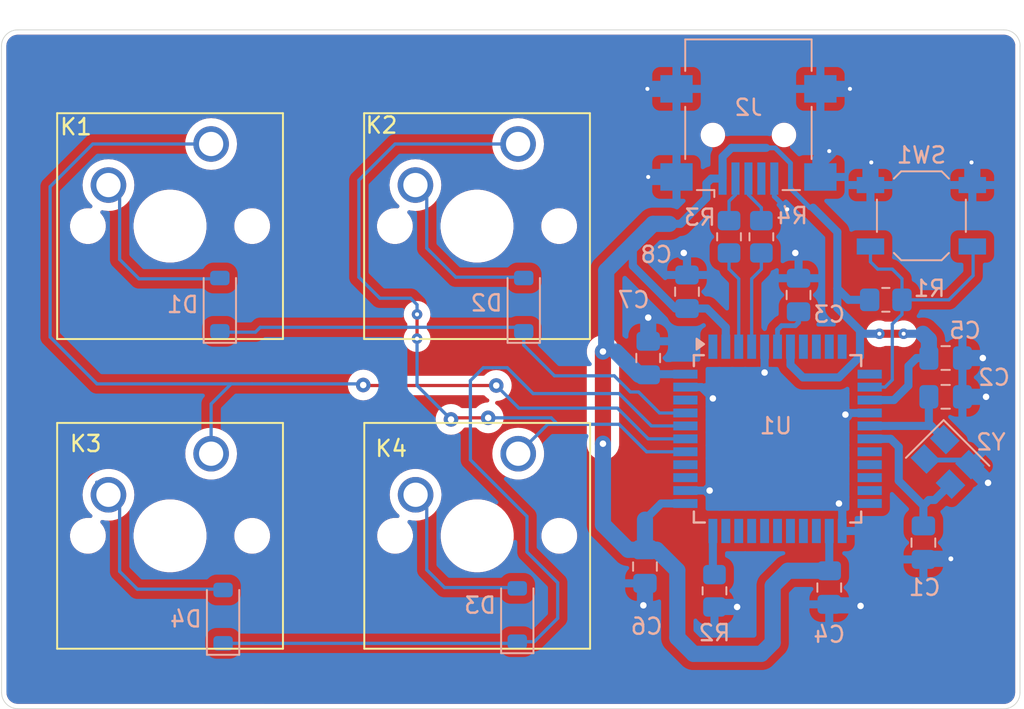
<source format=kicad_pcb>
(kicad_pcb (version 20240108) (generator "pcbnew") (generator_version "8.0")
  (layers (0 "F.Cu" signal) (31 "B.Cu" signal) (34 "B.Paste" user) (35 "F.Paste" user) (36 "B.SilkS" user "B.Silkscreen") (37 "F.SilkS" user "F.Silkscreen") (38 "B.Mask" user) (39 "F.Mask" user) (44 "Edge.Cuts" user))
  (net 0 "")
  (net 1 "Net-(U1-XTAL2)")
  (net 2 "GND")
  (net 3 "Net-(U1-XTAL1)")
  (net 4 "Net-(U1-UCap)")
  (net 5 "VCC")
  (net 6 "/row 0")
  (net 7 "Net-(D1-A)")
  (net 8 "Net-(D2-A)")
  (net 9 "/row 1")
  (net 10 "Net-(D3-A)")
  (net 11 "Net-(D4-A)")
  (net 12 "/col 0")
  (net 13 "/col 1")
  (net 14 "Net-(U1-~{RESET})")
  (net 15 "Net-(U1-~{HWB{slash}PE2})")
  (net 16 "Net-(U1-D-)")
  (net 17 "Net-(U1-D+)")
  (net 40 "Net-(J2-D-)")
  (net 41 "Net-(J2-D+)")
  (footprint "Button_Switch_Keyboard:SW_Cherry_MX_1.00u_PCB" (layer "F.Cu") (at 114.76 76.52)
    (property "Reference" "K3" (at -7.76 -0.62 0) (layer "F.SilkS"))
    (property "Value" "KEYSW")
    (fp_line (start -9.525 -1.905) (end 4.445 -1.905) (stroke (width 0.12)) (layer "F.SilkS"))
    (fp_line (start -9.525 12.065) (end -9.525 -1.905) (stroke (width 0.12)) (layer "F.SilkS"))
    (fp_line (start 4.445 -1.905) (end 4.445 12.065) (stroke (width 0.12)) (layer "F.SilkS"))
    (fp_line (start 4.445 12.065) (end -9.525 12.065) (stroke (width 0.12)) (layer "F.SilkS"))
    (pad "" np_thru_hole circle (at -7.62 5.08) (size 1.7 1.7) (drill 1.7) (layers "*.Cu" "*.Mask"))
    (pad "" np_thru_hole circle (at -2.54 5.08) (size 4 4) (drill 4) (layers "*.Cu" "*.Mask"))
    (pad "" np_thru_hole circle (at 2.54 5.08) (size 1.7 1.7) (drill 1.7) (layers "*.Cu" "*.Mask"))
    (pad "1" thru_hole circle (at 0 0) (size 2.2 2.2) (drill 1.5) (layers "*.Cu" "*.Mask") (net 12 "/col 0"))
    (pad "2" thru_hole circle (at -6.35 2.54) (size 2.2 2.2) (drill 1.5) (layers "*.Cu" "*.Mask") (net 11 "Net-(D4-A)"))
  )
  (footprint "Button_Switch_Keyboard:SW_Cherry_MX_1.00u_PCB" (layer "F.Cu") (at 133.75 57.36)
    (property "Reference" "K2" (at -8.45 -1.16 0) (layer "F.SilkS"))
    (property "Value" "KEYSW")
    (fp_line (start -9.525 -1.905) (end 4.445 -1.905) (stroke (width 0.12)) (layer "F.SilkS"))
    (fp_line (start -9.525 12.065) (end -9.525 -1.905) (stroke (width 0.12)) (layer "F.SilkS"))
    (fp_line (start 4.445 -1.905) (end 4.445 12.065) (stroke (width 0.12)) (layer "F.SilkS"))
    (fp_line (start 4.445 12.065) (end -9.525 12.065) (stroke (width 0.12)) (layer "F.SilkS"))
    (pad "" np_thru_hole circle (at -7.62 5.08) (size 1.7 1.7) (drill 1.7) (layers "*.Cu" "*.Mask"))
    (pad "" np_thru_hole circle (at -2.54 5.08) (size 4 4) (drill 4) (layers "*.Cu" "*.Mask"))
    (pad "" np_thru_hole circle (at 2.54 5.08) (size 1.7 1.7) (drill 1.7) (layers "*.Cu" "*.Mask"))
    (pad "1" thru_hole circle (at 0 0) (size 2.2 2.2) (drill 1.5) (layers "*.Cu" "*.Mask") (net 13 "/col 1"))
    (pad "2" thru_hole circle (at -6.35 2.54) (size 2.2 2.2) (drill 1.5) (layers "*.Cu" "*.Mask") (net 8 "Net-(D2-A)"))
  )
  (footprint "Button_Switch_Keyboard:SW_Cherry_MX_1.00u_PCB" (layer "F.Cu") (at 114.76 57.36)
    (property "Reference" "K1" (at -8.36 -1.06 0) (layer "F.SilkS"))
    (property "Value" "KEYSW")
    (fp_line (start -9.525 -1.905) (end 4.445 -1.905) (stroke (width 0.12)) (layer "F.SilkS"))
    (fp_line (start -9.525 12.065) (end -9.525 -1.905) (stroke (width 0.12)) (layer "F.SilkS"))
    (fp_line (start 4.445 -1.905) (end 4.445 12.065) (stroke (width 0.12)) (layer "F.SilkS"))
    (fp_line (start 4.445 12.065) (end -9.525 12.065) (stroke (width 0.12)) (layer "F.SilkS"))
    (pad "" np_thru_hole circle (at -7.62 5.08) (size 1.7 1.7) (drill 1.7) (layers "*.Cu" "*.Mask"))
    (pad "" np_thru_hole circle (at -2.54 5.08) (size 4 4) (drill 4) (layers "*.Cu" "*.Mask"))
    (pad "" np_thru_hole circle (at 2.54 5.08) (size 1.7 1.7) (drill 1.7) (layers "*.Cu" "*.Mask"))
    (pad "1" thru_hole circle (at 0 0) (size 2.2 2.2) (drill 1.5) (layers "*.Cu" "*.Mask") (net 12 "/col 0"))
    (pad "2" thru_hole circle (at -6.35 2.54) (size 2.2 2.2) (drill 1.5) (layers "*.Cu" "*.Mask") (net 7 "Net-(D1-A)"))
  )
  (footprint "Button_Switch_Keyboard:SW_Cherry_MX_1.00u_PCB" (layer "F.Cu") (at 133.76 76.52)
    (property "Reference" "K4" (at -7.86 -0.32 0) (layer "F.SilkS"))
    (property "Value" "KEYSW")
    (fp_line (start -9.525 -1.905) (end 4.445 -1.905) (stroke (width 0.12)) (layer "F.SilkS"))
    (fp_line (start -9.525 12.065) (end -9.525 -1.905) (stroke (width 0.12)) (layer "F.SilkS"))
    (fp_line (start 4.445 -1.905) (end 4.445 12.065) (stroke (width 0.12)) (layer "F.SilkS"))
    (fp_line (start 4.445 12.065) (end -9.525 12.065) (stroke (width 0.12)) (layer "F.SilkS"))
    (pad "" np_thru_hole circle (at -7.62 5.08) (size 1.7 1.7) (drill 1.7) (layers "*.Cu" "*.Mask"))
    (pad "" np_thru_hole circle (at -2.54 5.08) (size 4 4) (drill 4) (layers "*.Cu" "*.Mask"))
    (pad "" np_thru_hole circle (at 2.54 5.08) (size 1.7 1.7) (drill 1.7) (layers "*.Cu" "*.Mask"))
    (pad "1" thru_hole circle (at 0 0) (size 2.2 2.2) (drill 1.5) (layers "*.Cu" "*.Mask") (net 13 "/col 1"))
    (pad "2" thru_hole circle (at -6.35 2.54) (size 2.2 2.2) (drill 1.5) (layers "*.Cu" "*.Mask") (net 10 "Net-(D3-A)"))
  )
  (footprint "Diode_SMD:D_SOD-123" (layer "B.Cu") (at 133.7 86.5 90)
    (property "Reference" "D3" (at 0.6 -2.3 0) (layer "B.SilkS") (effects (justify mirror)))
    (property "Value" "D")
    (fp_line (start 1.65 -1) (end -2.36 -1) (stroke (width 0.12)) (layer "B.SilkS"))
    (fp_line (start -2.36 -1) (end -2.36 1) (stroke (width 0.12)) (layer "B.SilkS"))
    (fp_line (start 1.65 1) (end -2.36 1) (stroke (width 0.12)) (layer "B.SilkS"))
    (pad "1" smd roundrect (at -1.65 0 90) (size 0.9 1.2) (layers "B.Cu" "B.Paste" "B.Mask") (net 9 "/row 1"))
    (pad "2" smd roundrect (at 1.65 0 90) (size 0.9 1.2) (layers "B.Cu" "B.Paste" "B.Mask") (net 10 "Net-(D3-A)"))
  )
  (footprint "Capacitor_SMD:C_0805_2012Metric_Pad1.18x1.45mm_HandSolder" (layer "B.Cu") (at 160.2 70.6)
    (property "Reference" "C5" (at 1.2 -1.7 0) (layer "B.SilkS") (effects (justify mirror)))
    (property "Value" "0.1uF")
    (fp_line (start 0.261253 -0.735) (end -0.261253 -0.735) (stroke (width 0.12)) (layer "B.SilkS"))
    (fp_line (start 0.261253 0.735) (end -0.261253 0.735) (stroke (width 0.12)) (layer "B.SilkS"))
    (pad "1" smd roundrect (at -1.0375 0) (size 1.175 1.45) (layers "B.Cu" "B.Paste" "B.Mask") (roundrect_rratio 0.212766) (net 5 "VCC"))
    (pad "2" smd roundrect (at 1.0375 0) (size 1.175 1.45) (layers "B.Cu" "B.Paste" "B.Mask") (roundrect_rratio 0.212766) (net 2 "GND"))
  )
  (footprint "Resistor_SMD:R_0805_2012Metric_Pad1.20x1.40mm_HandSolder" (layer "B.Cu") (at 146.8 63.1 -90)
    (property "Reference" "R3" (at -1.2 1.8 180) (layer "B.SilkS") (effects (justify mirror)))
    (property "Value" "22")
    (fp_line (start 0.227064 0.735) (end -0.227064 0.735) (stroke (width 0.12)) (layer "B.SilkS"))
    (fp_line (start 0.227064 -0.735) (end -0.227064 -0.735) (stroke (width 0.12)) (layer "B.SilkS"))
    (pad "1" smd roundrect (at -1 0 270) (size 1.2 1.4) (layers "B.Cu" "B.Paste" "B.Mask") (roundrect_rratio 0.208333) (net 40 "Net-(J2-D-)"))
    (pad "2" smd roundrect (at 1 0 270) (size 1.2 1.4) (layers "B.Cu" "B.Paste" "B.Mask") (roundrect_rratio 0.208333) (net 16 "Net-(U1-D-)"))
  )
  (footprint "Diode_SMD:D_SOD-123" (layer "B.Cu") (at 115.5 86.6 90)
    (property "Reference" "D4" (at -0.15 -2.3 0) (layer "B.SilkS") (effects (justify mirror)))
    (property "Value" "D")
    (fp_line (start 1.65 -1) (end -2.36 -1) (stroke (width 0.12)) (layer "B.SilkS"))
    (fp_line (start -2.36 -1) (end -2.36 1) (stroke (width 0.12)) (layer "B.SilkS"))
    (fp_line (start 1.65 1) (end -2.36 1) (stroke (width 0.12)) (layer "B.SilkS"))
    (pad "1" smd roundrect (at -1.65 0 90) (size 0.9 1.2) (layers "B.Cu" "B.Paste" "B.Mask") (net 9 "/row 1"))
    (pad "2" smd roundrect (at 1.65 0 90) (size 0.9 1.2) (layers "B.Cu" "B.Paste" "B.Mask") (net 11 "Net-(D4-A)"))
  )
  (footprint "Diode_SMD:D_SOD-123" (layer "B.Cu") (at 134.1 67.3 90)
    (property "Reference" "D2" (at 0.1 -2.3 0) (layer "B.SilkS") (effects (justify mirror)))
    (property "Value" "D")
    (fp_line (start 1.65 -1) (end -2.36 -1) (stroke (width 0.12)) (layer "B.SilkS"))
    (fp_line (start -2.36 -1) (end -2.36 1) (stroke (width 0.12)) (layer "B.SilkS"))
    (fp_line (start 1.65 1) (end -2.36 1) (stroke (width 0.12)) (layer "B.SilkS"))
    (pad "1" smd roundrect (at -1.65 0 90) (size 0.9 1.2) (layers "B.Cu" "B.Paste" "B.Mask") (net 6 "/row 0"))
    (pad "2" smd roundrect (at 1.65 0 90) (size 0.9 1.2) (layers "B.Cu" "B.Paste" "B.Mask") (net 8 "Net-(D2-A)"))
  )
  (footprint "Resistor_SMD:R_0805_2012Metric_Pad1.20x1.40mm_HandSolder" (layer "B.Cu") (at 156.5 67)
    (property "Reference" "R1" (at 2.7 -0.7 0) (layer "B.SilkS") (effects (justify mirror)))
    (property "Value" "10k")
    (fp_line (start 0.227064 -0.735) (end -0.227064 -0.735) (stroke (width 0.12)) (layer "B.SilkS"))
    (fp_line (start 0.227064 0.735) (end -0.227064 0.735) (stroke (width 0.12)) (layer "B.SilkS"))
    (pad "1" smd roundrect (at -1 0) (size 1.2 1.4) (layers "B.Cu" "B.Paste" "B.Mask") (roundrect_rratio 0.208333) (net 5 "VCC"))
    (pad "2" smd roundrect (at 1 0) (size 1.2 1.4) (layers "B.Cu" "B.Paste" "B.Mask") (roundrect_rratio 0.208333) (net 14 "Net-(U1-~{RESET})"))
  )
  (footprint "Capacitor_SMD:C_0805_2012Metric_Pad1.18x1.45mm_HandSolder" (layer "B.Cu") (at 144.2 66.5 90)
    (property "Reference" "C8" (at 2.3 -1.9 0) (layer "B.SilkS") (effects (justify mirror)))
    (property "Value" "4.7uF")
    (fp_line (start 0.261253 -0.735) (end -0.261253 -0.735) (stroke (width 0.12)) (layer "B.SilkS"))
    (fp_line (start 0.261253 0.735) (end -0.261253 0.735) (stroke (width 0.12)) (layer "B.SilkS"))
    (pad "1" smd roundrect (at -1.0375 0 90) (size 1.175 1.45) (layers "B.Cu" "B.Paste" "B.Mask") (roundrect_rratio 0.212766) (net 5 "VCC"))
    (pad "2" smd roundrect (at 1.0375 0 90) (size 1.175 1.45) (layers "B.Cu" "B.Paste" "B.Mask") (roundrect_rratio 0.212766) (net 2 "GND"))
  )
  (footprint "Capacitor_SMD:C_0805_2012Metric_Pad1.18x1.45mm_HandSolder" (layer "B.Cu") (at 151.1 66.7 -90)
    (property "Reference" "C3" (at 1.2 -1.9 180) (layer "B.SilkS") (effects (justify mirror)))
    (property "Value" "1uF")
    (fp_line (start 0.261253 0.735) (end -0.261253 0.735) (stroke (width 0.12)) (layer "B.SilkS"))
    (fp_line (start 0.261253 -0.735) (end -0.261253 -0.735) (stroke (width 0.12)) (layer "B.SilkS"))
    (pad "1" smd roundrect (at -1.0375 0 270) (size 1.175 1.45) (layers "B.Cu" "B.Paste" "B.Mask") (roundrect_rratio 0.212766) (net 2 "GND"))
    (pad "2" smd roundrect (at 1.0375 0 270) (size 1.175 1.45) (layers "B.Cu" "B.Paste" "B.Mask") (roundrect_rratio 0.212766) (net 4 "Net-(U1-UCap)"))
  )
  (footprint "Capacitor_SMD:C_0805_2012Metric_Pad1.18x1.45mm_HandSolder" (layer "B.Cu") (at 141.8 70.6 90)
    (property "Reference" "C7" (at 3.6 -0.9 0) (layer "B.SilkS") (effects (justify mirror)))
    (property "Value" "0.1uF")
    (fp_line (start 0.261253 -0.735) (end -0.261253 -0.735) (stroke (width 0.12)) (layer "B.SilkS"))
    (fp_line (start 0.261253 0.735) (end -0.261253 0.735) (stroke (width 0.12)) (layer "B.SilkS"))
    (pad "1" smd roundrect (at -1.0375 0 90) (size 1.175 1.45) (layers "B.Cu" "B.Paste" "B.Mask") (roundrect_rratio 0.212766) (net 5 "VCC"))
    (pad "2" smd roundrect (at 1.0375 0 90) (size 1.175 1.45) (layers "B.Cu" "B.Paste" "B.Mask") (roundrect_rratio 0.212766) (net 2 "GND"))
  )
  (footprint "Capacitor_SMD:C_0805_2012Metric_Pad1.18x1.45mm_HandSolder" (layer "B.Cu") (at 141.599999 83.5 -90)
    (property "Reference" "C6" (at 3.7 -0.100001 180) (layer "B.SilkS") (effects (justify mirror)))
    (property "Value" "0.1uF")
    (fp_line (start 0.261253 0.735) (end -0.261253 0.735) (stroke (width 0.12)) (layer "B.SilkS"))
    (fp_line (start 0.261253 -0.735) (end -0.261253 -0.735) (stroke (width 0.12)) (layer "B.SilkS"))
    (pad "1" smd roundrect (at -1.0375 0 270) (size 1.175 1.45) (layers "B.Cu" "B.Paste" "B.Mask") (roundrect_rratio 0.212766) (net 5 "VCC"))
    (pad "2" smd roundrect (at 1.0375 0 270) (size 1.175 1.45) (layers "B.Cu" "B.Paste" "B.Mask") (roundrect_rratio 0.212766) (net 2 "GND"))
  )
  (footprint "Button_Switch_SMD:SW_SPST_TL3342" (layer "B.Cu") (at 158.7 61.8 180)
    (property "Reference" "SW1" (at 0 3.749999 180) (layer "B.SilkS") (effects (justify mirror)))
    (property "Value" "SW_PUSH")
    (fp_line (start 2.75 -1) (end 2.75 1) (stroke (width 0.12)) (layer "B.SilkS"))
    (fp_line (start 1.25 2.75) (end 1.7 2.3) (stroke (width 0.12)) (layer "B.SilkS"))
    (fp_line (start 1.25 2.75) (end -1.25 2.75) (stroke (width 0.12)) (layer "B.SilkS"))
    (fp_line (start 1.25 -2.75) (end 1.7 -2.3) (stroke (width 0.12)) (layer "B.SilkS"))
    (fp_line (start 1.25 -2.75) (end -1.25 -2.75) (stroke (width 0.12)) (layer "B.SilkS"))
    (fp_line (start -1.25 2.75) (end -1.7 2.3) (stroke (width 0.12)) (layer "B.SilkS"))
    (fp_line (start -1.25 -2.75) (end -1.7 -2.3) (stroke (width 0.12)) (layer "B.SilkS"))
    (fp_line (start -2.75 -1) (end -2.75 1) (stroke (width 0.12)) (layer "B.SilkS"))
    (pad "1" smd rect (at -3.149999 1.9 180) (size 1.7 1) (layers "B.Cu" "B.Paste" "B.Mask") (net 2 "GND"))
    (pad "1" smd rect (at 3.149999 1.9 180) (size 1.7 1) (layers "B.Cu" "B.Paste" "B.Mask") (net 2 "GND"))
    (pad "2" smd rect (at -3.149999 -1.9 180) (size 1.7 1) (layers "B.Cu" "B.Paste" "B.Mask") (net 14 "Net-(U1-~{RESET})"))
    (pad "2" smd rect (at 3.149999 -1.9 180) (size 1.7 1) (layers "B.Cu" "B.Paste" "B.Mask") (net 14 "Net-(U1-~{RESET})"))
  )
  (footprint "Capacitor_SMD:C_0805_2012Metric_Pad1.18x1.45mm_HandSolder" (layer "B.Cu") (at 160.2 73)
    (property "Reference" "C2" (at 3 -1.2 0) (layer "B.SilkS") (effects (justify mirror)))
    (property "Value" "22p")
    (fp_line (start 0.261253 -0.735) (end -0.261253 -0.735) (stroke (width 0.12)) (layer "B.SilkS"))
    (fp_line (start 0.261253 0.735) (end -0.261253 0.735) (stroke (width 0.12)) (layer "B.SilkS"))
    (pad "1" smd roundrect (at -1.0375 0) (size 1.175 1.45) (layers "B.Cu" "B.Paste" "B.Mask") (roundrect_rratio 0.212766) (net 3 "Net-(U1-XTAL1)"))
    (pad "2" smd roundrect (at 1.0375 0) (size 1.175 1.45) (layers "B.Cu" "B.Paste" "B.Mask") (roundrect_rratio 0.212766) (net 2 "GND"))
  )
  (footprint "Diode_SMD:D_SOD-123" (layer "B.Cu") (at 115.3 67.3 90)
    (property "Reference" "D1" (at 0 -2.3 0) (layer "B.SilkS") (effects (justify mirror)))
    (property "Value" "D")
    (fp_line (start 1.65 -1) (end -2.36 -1) (stroke (width 0.12)) (layer "B.SilkS"))
    (fp_line (start -2.36 -1) (end -2.36 1) (stroke (width 0.12)) (layer "B.SilkS"))
    (fp_line (start 1.65 1) (end -2.36 1) (stroke (width 0.12)) (layer "B.SilkS"))
    (pad "1" smd roundrect (at -1.65 0 90) (size 0.9 1.2) (layers "B.Cu" "B.Paste" "B.Mask") (net 6 "/row 0"))
    (pad "2" smd roundrect (at 1.65 0 90) (size 0.9 1.2) (layers "B.Cu" "B.Paste" "B.Mask") (net 7 "Net-(D1-A)"))
  )
  (footprint "Package_QFP:TQFP-44_10x10mm_P0.8mm" (layer "B.Cu") (at 149.8 75.6 -90)
    (property "Reference" "U1" (at -0.8 0.1 180) (layer "B.SilkS") (effects (justify mirror)))
    (property "Value" "ATMEGA32U4")
    (fp_line (start -4.5 5.175) (end -5.175 5.175) (stroke (width 0.15)) (layer "B.SilkS"))
    (fp_line (start 4.5 5.175) (end 5.175 5.175) (stroke (width 0.15)) (layer "B.SilkS"))
    (fp_line (start -5.175001 4.56) (end -5.175 5.175) (stroke (width 0.15)) (layer "B.SilkS"))
    (fp_line (start 5.175 4.5) (end 5.175 5.175) (stroke (width 0.15)) (layer "B.SilkS"))
    (fp_line (start -5.175 -4.5) (end -5.175 -5.175) (stroke (width 0.15)) (layer "B.SilkS"))
    (fp_line (start 5.175 -4.5) (end 5.175 -5.175) (stroke (width 0.15)) (layer "B.SilkS"))
    (fp_line (start -4.5 -5.175) (end -5.175 -5.175) (stroke (width 0.15)) (layer "B.SilkS"))
    (fp_line (start 4.5 -5.175) (end 5.175 -5.175) (stroke (width 0.15)) (layer "B.SilkS"))
    (fp_poly (pts (xy -5.86 4.54) (xy -6.2 5.01) (xy -5.519999 5.01) (xy -5.86 4.54)) (stroke (width 0.12)) (fill solid) (layer "B.SilkS"))
    (pad "1" smd rect (at -5.7 4 270) (size 1.5 0.55) (layers "B.Cu" "B.Paste" "B.Mask"))
    (pad "2" smd rect (at -5.7 3.2 270) (size 1.5 0.55) (layers "B.Cu" "B.Paste" "B.Mask") (net 5 "VCC"))
    (pad "3" smd rect (at -5.7 2.4 270) (size 1.5 0.55) (layers "B.Cu" "B.Paste" "B.Mask") (net 16 "Net-(U1-D-)"))
    (pad "4" smd rect (at -5.7 1.6 270) (size 1.5 0.55) (layers "B.Cu" "B.Paste" "B.Mask") (net 17 "Net-(U1-D+)"))
    (pad "5" smd rect (at -5.7 0.8 270) (size 1.5 0.55) (layers "B.Cu" "B.Paste" "B.Mask") (net 2 "GND"))
    (pad "6" smd rect (at -5.7 0 270) (size 1.5 0.55) (layers "B.Cu" "B.Paste" "B.Mask") (net 4 "Net-(U1-UCap)"))
    (pad "7" smd rect (at -5.7 -0.8 270) (size 1.5 0.55) (layers "B.Cu" "B.Paste" "B.Mask") (net 5 "VCC"))
    (pad "8" smd rect (at -5.7 -1.6 270) (size 1.5 0.55) (layers "B.Cu" "B.Paste" "B.Mask"))
    (pad "9" smd rect (at -5.7 -2.4 270) (size 1.5 0.55) (layers "B.Cu" "B.Paste" "B.Mask"))
    (pad "10" smd rect (at -5.7 -3.2 270) (size 1.5 0.55) (layers "B.Cu" "B.Paste" "B.Mask"))
    (pad "11" smd rect (at -5.7 -4 270) (size 1.5 0.55) (layers "B.Cu" "B.Paste" "B.Mask"))
    (pad "12" smd rect (at -4 -5.7 180) (size 1.5 0.55) (layers "B.Cu" "B.Paste" "B.Mask"))
    (pad "13" smd rect (at -3.2 -5.7 180) (size 1.5 0.55) (layers "B.Cu" "B.Paste" "B.Mask") (net 14 "Net-(U1-~{RESET})"))
    (pad "14" smd rect (at -2.4 -5.7 180) (size 1.5 0.55) (layers "B.Cu" "B.Paste" "B.Mask") (net 5 "VCC"))
    (pad "15" smd rect (at -1.6 -5.7 180) (size 1.5 0.55) (layers "B.Cu" "B.Paste" "B.Mask") (net 2 "GND"))
    (pad "16" smd rect (at -0.8 -5.7 180) (size 1.5 0.55) (layers "B.Cu" "B.Paste" "B.Mask") (net 3 "Net-(U1-XTAL1)"))
    (pad "17" smd rect (at 0 -5.7 180) (size 1.5 0.55) (layers "B.Cu" "B.Paste" "B.Mask") (net 1 "Net-(U1-XTAL2)"))
    (pad "18" smd rect (at 0.8 -5.7 180) (size 1.5 0.55) (layers "B.Cu" "B.Paste" "B.Mask"))
    (pad "19" smd rect (at 1.6 -5.7 180) (size 1.5 0.55) (layers "B.Cu" "B.Paste" "B.Mask"))
    (pad "20" smd rect (at 2.4 -5.7 180) (size 1.5 0.55) (layers "B.Cu" "B.Paste" "B.Mask"))
    (pad "21" smd rect (at 3.2 -5.7 180) (size 1.5 0.55) (layers "B.Cu" "B.Paste" "B.Mask"))
    (pad "22" smd rect (at 4 -5.7 180) (size 1.5 0.55) (layers "B.Cu" "B.Paste" "B.Mask"))
    (pad "23" smd rect (at 5.7 -4 270) (size 1.5 0.55) (layers "B.Cu" "B.Paste" "B.Mask") (net 2 "GND"))
    (pad "24" smd rect (at 5.7 -3.2 270) (size 1.5 0.55) (layers "B.Cu" "B.Paste" "B.Mask") (net 5 "VCC"))
    (pad "25" smd rect (at 5.7 -2.4 270) (size 1.5 0.55) (layers "B.Cu" "B.Paste" "B.Mask"))
    (pad "26" smd rect (at 5.7 -1.6 270) (size 1.5 0.55) (layers "B.Cu" "B.Paste" "B.Mask"))
    (pad "27" smd rect (at 5.7 -0.8 270) (size 1.5 0.55) (layers "B.Cu" "B.Paste" "B.Mask"))
    (pad "28" smd rect (at 5.7 0 270) (size 1.5 0.55) (layers "B.Cu" "B.Paste" "B.Mask"))
    (pad "29" smd rect (at 5.7 0.8 270) (size 1.5 0.55) (layers "B.Cu" "B.Paste" "B.Mask"))
    (pad "30" smd rect (at 5.7 1.6 270) (size 1.5 0.55) (layers "B.Cu" "B.Paste" "B.Mask"))
    (pad "31" smd rect (at 5.7 2.4 270) (size 1.5 0.55) (layers "B.Cu" "B.Paste" "B.Mask"))
    (pad "32" smd rect (at 5.7 3.2 270) (size 1.5 0.55) (layers "B.Cu" "B.Paste" "B.Mask"))
    (pad "33" smd rect (at 5.7 4 270) (size 1.5 0.55) (layers "B.Cu" "B.Paste" "B.Mask") (net 15 "Net-(U1-~{HWB{slash}PE2})"))
    (pad "34" smd rect (at 4 5.7 180) (size 1.5 0.55) (layers "B.Cu" "B.Paste" "B.Mask") (net 5 "VCC"))
    (pad "35" smd rect (at 3.2 5.7 180) (size 1.5 0.55) (layers "B.Cu" "B.Paste" "B.Mask") (net 2 "GND"))
    (pad "36" smd rect (at 2.4 5.7 180) (size 1.5 0.55) (layers "B.Cu" "B.Paste" "B.Mask"))
    (pad "37" smd rect (at 1.6 5.7 180) (size 1.5 0.55) (layers "B.Cu" "B.Paste" "B.Mask"))
    (pad "38" smd rect (at 0.8 5.7 180) (size 1.5 0.55) (layers "B.Cu" "B.Paste" "B.Mask") (net 13 "/col 1"))
    (pad "39" smd rect (at 0 5.7 180) (size 1.5 0.55) (layers "B.Cu" "B.Paste" "B.Mask") (net 12 "/col 0"))
    (pad "40" smd rect (at -0.8 5.7 180) (size 1.5 0.55) (layers "B.Cu" "B.Paste" "B.Mask") (net 9 "/row 1"))
    (pad "41" smd rect (at -1.6 5.7 180) (size 1.5 0.55) (layers "B.Cu" "B.Paste" "B.Mask") (net 6 "/row 0"))
    (pad "42" smd rect (at -2.4 5.7 180) (size 1.5 0.55) (layers "B.Cu" "B.Paste" "B.Mask"))
    (pad "43" smd rect (at -3.2 5.7 180) (size 1.5 0.55) (layers "B.Cu" "B.Paste" "B.Mask") (net 2 "GND"))
    (pad "44" smd rect (at -4 5.7 180) (size 1.5 0.55) (layers "B.Cu" "B.Paste" "B.Mask") (net 5 "VCC"))
  )
  (footprint "Capacitor_SMD:C_0805_2012Metric_Pad1.18x1.45mm_HandSolder" (layer "B.Cu") (at 153.000002 84.799998 -90)
    (property "Reference" "C4" (at 2.900002 0.000002 180) (layer "B.SilkS") (effects (justify mirror)))
    (property "Value" "0.1uF")
    (fp_line (start 0.261253 0.735) (end -0.261253 0.735) (stroke (width 0.12)) (layer "B.SilkS"))
    (fp_line (start 0.261253 -0.735) (end -0.261253 -0.735) (stroke (width 0.12)) (layer "B.SilkS"))
    (pad "1" smd roundrect (at -1.0375 0 270) (size 1.175 1.45) (layers "B.Cu" "B.Paste" "B.Mask") (roundrect_rratio 0.212766) (net 5 "VCC"))
    (pad "2" smd roundrect (at 1.0375 0 270) (size 1.175 1.45) (layers "B.Cu" "B.Paste" "B.Mask") (roundrect_rratio 0.212766) (net 2 "GND"))
  )
  (footprint "Resistor_SMD:R_0805_2012Metric_Pad1.20x1.40mm_HandSolder" (layer "B.Cu") (at 148.8 63.1 -90)
    (property "Reference" "R4" (at -1.3 -1.9 180) (layer "B.SilkS") (effects (justify mirror)))
    (property "Value" "22")
    (fp_line (start 0.227064 0.735) (end -0.227064 0.735) (stroke (width 0.12)) (layer "B.SilkS"))
    (fp_line (start 0.227064 -0.735) (end -0.227064 -0.735) (stroke (width 0.12)) (layer "B.SilkS"))
    (pad "1" smd roundrect (at -1 0 270) (size 1.2 1.4) (layers "B.Cu" "B.Paste" "B.Mask") (roundrect_rratio 0.208333) (net 41 "Net-(J2-D+)"))
    (pad "2" smd roundrect (at 1 0 270) (size 1.2 1.4) (layers "B.Cu" "B.Paste" "B.Mask") (roundrect_rratio 0.208333) (net 17 "Net-(U1-D+)"))
  )
  (footprint "Crystal:Crystal_SMD_3225-4Pin_3.2x2.5mm" (layer "B.Cu") (at 160.323223 77.021142 -45)
    (property "Reference" "Y2" (at 1.029289 -2.756245 180) (layer "B.SilkS") (effects (justify mirror)))
    (property "Value" "Crystal_GND24_Small")
    (fp_line (start -2 -1.65) (end -2 1.65) (stroke (width 0.12)) (layer "B.SilkS"))
    (fp_line (start 2 -1.65) (end -2 -1.65) (stroke (width 0.12)) (layer "B.SilkS"))
    (pad "1" smd rect (at -1.1 -0.85 315) (size 1.4 1.2) (layers "B.Cu" "B.Paste" "B.Mask") (net 3 "Net-(U1-XTAL1)"))
    (pad "2" smd rect (at 1.1 -0.85 315) (size 1.4 1.2) (layers "B.Cu" "B.Paste" "B.Mask") (net 2 "GND"))
    (pad "3" smd rect (at 1.1 0.85 315) (size 1.4 1.2) (layers "B.Cu" "B.Paste" "B.Mask") (net 1 "Net-(U1-XTAL2)"))
    (pad "4" smd rect (at -1.1 0.85 315) (size 1.4 1.2) (layers "B.Cu" "B.Paste" "B.Mask") (net 2 "GND"))
  )
  (footprint "Capacitor_SMD:C_0805_2012Metric_Pad1.18x1.45mm_HandSolder" (layer "B.Cu") (at 158.823221 82.021144 -90)
    (property "Reference" "C1" (at 2.778856 -0.076779 180) (layer "B.SilkS") (effects (justify mirror)))
    (property "Value" "22p")
    (fp_line (start 0.261253 0.735) (end -0.261253 0.735) (stroke (width 0.12)) (layer "B.SilkS"))
    (fp_line (start 0.261253 -0.735) (end -0.261253 -0.735) (stroke (width 0.12)) (layer "B.SilkS"))
    (pad "1" smd roundrect (at -1.0375 0 270) (size 1.175 1.45) (layers "B.Cu" "B.Paste" "B.Mask") (roundrect_rratio 0.212766) (net 1 "Net-(U1-XTAL2)"))
    (pad "2" smd roundrect (at 1.0375 0 270) (size 1.175 1.45) (layers "B.Cu" "B.Paste" "B.Mask") (roundrect_rratio 0.212766) (net 2 "GND"))
  )
  (footprint "Connector_USB:USB_Mini-B_Lumberg_2486_01_Horizontal" (layer "B.Cu") (at 148 56.8)
    (property "Reference" "J2" (at 0 -1.7 360) (layer "B.SilkS") (effects (justify mirror)))
    (property "Value" "USB_B_Mini")
    (fp_line (start -3.91 -5.91) (end 3.91 -5.91) (stroke (width 0.12)) (layer "B.SilkS"))
    (fp_line (start -3.91 -3.96) (end -3.91 -5.91) (stroke (width 0.12)) (layer "B.SilkS"))
    (fp_line (start -3.91 1.49) (end -3.91 -1.74) (stroke (width 0.12)) (layer "B.SilkS"))
    (fp_line (start -2.11 3.41) (end -3.19 3.41) (stroke (width 0.12)) (layer "B.SilkS"))
    (fp_line (start -2.11 3.84) (end -2.11 3.41) (stroke (width 0.12)) (layer "B.SilkS"))
    (fp_line (start 3.19 3.41) (end 2.11 3.41) (stroke (width 0.12)) (layer "B.SilkS"))
    (fp_line (start 3.91 -3.96) (end 3.91 -5.91) (stroke (width 0.12)) (layer "B.SilkS"))
    (fp_line (start 3.91 1.49) (end 3.91 -1.74) (stroke (width 0.12)) (layer "B.SilkS"))
    (pad "" np_thru_hole circle (at -2.2 0) (size 1 1) (drill 1) (layers "*.Cu" "*.Mask"))
    (pad "" np_thru_hole circle (at 2.2 0) (size 1 1) (drill 1) (layers "*.Cu" "*.Mask"))
    (pad "1" smd rect (at -1.6 2.7) (size 0.5 2) (layers "B.Cu" "B.Paste" "B.Mask") (net 5 "VCC"))
    (pad "2" smd rect (at -0.8 2.7) (size 0.5 2) (layers "B.Cu" "B.Paste" "B.Mask") (net 40 "Net-(J2-D-)"))
    (pad "3" smd rect (at 0 2.7) (size 0.5 2) (layers "B.Cu" "B.Paste" "B.Mask") (net 41 "Net-(J2-D+)"))
    (pad "4" smd rect (at 0.8 2.7) (size 0.5 2) (layers "B.Cu" "B.Paste" "B.Mask"))
    (pad "5" smd rect (at 1.6 2.7) (size 0.5 2) (layers "B.Cu" "B.Paste" "B.Mask") (net 2 "GND"))
    (pad "6" smd rect (at -4.45 -2.85) (size 2 1.7) (layers "B.Cu" "B.Paste" "B.Mask") (net 2 "GND"))
    (pad "6" smd rect (at -4.45 2.6) (size 2 1.7) (layers "B.Cu" "B.Paste" "B.Mask") (net 2 "GND"))
    (pad "6" smd rect (at 4.45 -2.85) (size 2 1.7) (layers "B.Cu" "B.Paste" "B.Mask") (net 2 "GND"))
    (pad "6" smd rect (at 4.45 2.6) (size 2 1.7) (layers "B.Cu" "B.Paste" "B.Mask") (net 2 "GND"))
  )
  (footprint "Resistor_SMD:R_0805_2012Metric_Pad1.20x1.40mm_HandSolder" (layer "B.Cu") (at 145.899999 84.999999 -90)
    (property "Reference" "R2" (at 2.600001 -0.000001 180) (layer "B.SilkS") (effects (justify mirror)))
    (property "Value" "10k")
    (fp_line (start 0.227064 0.735) (end -0.227064 0.735) (stroke (width 0.12)) (layer "B.SilkS"))
    (fp_line (start 0.227064 -0.735) (end -0.227064 -0.735) (stroke (width 0.12)) (layer "B.SilkS"))
    (pad "1" smd roundrect (at -1 0 270) (size 1.2 1.4) (layers "B.Cu" "B.Paste" "B.Mask") (roundrect_rratio 0.208333) (net 15 "Net-(U1-~{HWB{slash}PE2})"))
    (pad "2" smd roundrect (at 1 0 270) (size 1.2 1.4) (layers "B.Cu" "B.Paste" "B.Mask") (roundrect_rratio 0.208333) (net 2 "GND"))
  )
  (gr_line (start 163.8 92.3) (end 102.8 92.292547) (stroke (width 0.05)) (layer "Edge.Cuts"))
  (gr_arc (start 102.8 92.292547) (mid 102.095391 92.002157) (end 101.8 91.299629) (stroke (width 0.05)) (layer "Edge.Cuts"))
  (gr_line (start 102.8 50.3) (end 163.805793 50.3) (stroke (width 0.05)) (layer "Edge.Cuts"))
  (gr_arc (start 164.8 91.3) (mid 164.507107 92.007107) (end 163.8 92.3) (stroke (width 0.05)) (layer "Edge.Cuts"))
  (gr_arc (start 163.81 50.3) (mid 164.517104 50.592894) (end 164.809993 51.3) (stroke (width 0.05)) (layer "Edge.Cuts"))
  (gr_line (start 164.8 51.3) (end 164.8 91.3) (stroke (width 0.05)) (layer "Edge.Cuts"))
  (gr_line (start 101.792893 51.3) (end 101.8 91.3) (stroke (width 0.05)) (layer "Edge.Cuts"))
  (gr_arc (start 101.79 51.3) (mid 102.087473 50.592448) (end 102.797107 50.299977) (stroke (width 0.05)) (layer "Edge.Cuts"))
  (segment (start 159.516357 79.383643) (end 160.5 78.4) (width 0.5) (layer "B.Cu") (net 1))
  (segment (start 159.162799 79.383643) (end 158.823221 79.723221) (width 0.5) (layer "B.Cu") (net 1))
  (segment (start 155.5 75.6) (end 156.3 75.6) (width 0.5) (layer "B.Cu") (net 1))
  (segment (start 155.5 75.6) (end 156.799999 75.599999) (width 0.5) (layer "B.Cu") (net 1))
  (segment (start 157.3 76.1) (end 157.3 78.2) (width 0.5) (layer "B.Cu") (net 1))
  (segment (start 158.823221 79.723221) (end 158.823221 80.983644) (width 0.5) (layer "B.Cu") (net 1))
  (segment (start 158.885722 80.921143) (end 158.823221 80.983644) (width 0.5) (layer "B.Cu") (net 1))
  (segment (start 157.3 78.2) (end 158.823221 79.723221) (width 0.5) (layer "B.Cu") (net 1))
  (segment (start 159.162799 79.383643) (end 159.516357 79.383643) (width 0.5) (layer "B.Cu") (net 1))
  (segment (start 156.799999 75.599999) (end 157.3 76.1) (width 0.5) (layer "B.Cu") (net 1))
  (via (at 161.8 58.5) (size 0.65) (drill 0.25) (layers "F.Cu" "B.Cu") (net 2))
  (via (at 145.8 73.1) (size 0.9) (drill 0.4) (layers "F.Cu" "B.Cu") (net 2))
  (via (at 160.523221 83.021146) (size 0.7) (drill 0.3) (layers "F.Cu" "B.Cu") (net 2))
  (via (at 150.4 61.4) (size 0.65) (drill 0.25) (layers "F.Cu" "B.Cu") (net 2))
  (via (at 150.9 64.1) (size 0.9) (drill 0.4) (layers "F.Cu" "B.Cu") (net 2))
  (via (at 154.9375 85.9375) (size 0.9) (drill 0.4) (layers "F.Cu" "B.Cu") (net 2))
  (via (at 141.8 59.4) (size 0.65) (drill 0.25) (layers "F.Cu" "B.Cu") (net 2))
  (via (at 144 64.1) (size 0.9) (drill 0.4) (layers "F.Cu" "B.Cu") (net 2))
  (via (at 141.75 53.95) (size 0.65) (drill 0.25) (layers "F.Cu" "B.Cu") (net 2))
  (via (at 153.6 79.6) (size 0.9) (drill 0.4) (layers "F.Cu" "B.Cu") (net 2))
  (via (at 147.299999 85.999999) (size 0.9) (drill 0.4) (layers "F.Cu" "B.Cu") (net 2))
  (via (at 162.823221 78.321144) (size 0.9) (drill 0.4) (layers "F.Cu" "B.Cu") (net 2))
  (via (at 154.28 53.95) (size 0.65) (drill 0.25) (layers "F.Cu" "B.Cu") (net 2))
  (via (at 141.5 85.9) (size 0.9) (drill 0.4) (layers "F.Cu" "B.Cu") (net 2))
  (via (at 162.5 70.6) (size 0.9) (drill 0.4) (layers "F.Cu" "B.Cu") (net 2))
  (via (at 162.7 73) (size 0.9) (drill 0.4) (layers "F.Cu" "B.Cu") (net 2))
  (via (at 153 57.8) (size 0.65) (drill 0.25) (layers "F.Cu" "B.Cu") (net 2))
  (via (at 155.6 58.5) (size 0.65) (drill 0.25) (layers "F.Cu" "B.Cu") (net 2))
  (via (at 149 71.5) (size 0.9) (drill 0.4) (layers "F.Cu" "B.Cu") (net 2))
  (via (at 141.8 68.1) (size 0.9) (drill 0.4) (layers "F.Cu" "B.Cu") (net 2))
  (via (at 145.6 78.8) (size 0.9) (drill 0.4) (layers "F.Cu" "B.Cu") (net 2))
  (via (at 154 74.1) (size 0.9) (drill 0.4) (layers "F.Cu" "B.Cu") (net 2))
  (segment (start 154.28 53.95) (end 152.45 53.95) (width 1) (layer "B.Cu") (net 2))
  (segment (start 144.2 65.4625) (end 144.2 64.3) (width 0.5) (layer "B.Cu") (net 2))
  (segment (start 159.060721 83.021144) (end 160.523219 83.021144) (width 1) (layer "B.Cu") (net 2))
  (segment (start 158.944365 76.844365) (end 159.011523 76.911523) (width 0.3) (layer "B.Cu") (net 2))
  (segment (start 161.702081 77.200004) (end 162.823221 78.321144) (width 1) (layer "B.Cu") (net 2))
  (segment (start 161.415685 76.911523) (end 161.702081 77.197919) (width 0.3) (layer "B.Cu") (net 2))
  (segment (start 149.6 60.6) (end 150.4 61.4) (width 0.3) (layer "B.Cu") (net 2))
  (segment (start 154.9 85.9) (end 154.9375 85.9375) (width 1) (layer "B.Cu") (net 2))
  (segment (start 161.849999 58.549999) (end 161.8 58.5) (width 1) (layer "B.Cu") (net 2))
  (segment (start 158.944362 76.844366) (end 159.130759 77.030762) (width 0.5) (layer "B.Cu") (net 2))
  (segment (start 152.45 59.4) (end 152.45 58.35) (width 1) (layer "B.Cu") (net 2))
  (segment (start 149.6 59.5) (end 149.6 60.6) (width 0.3) (layer "B.Cu") (net 2))
  (segment (start 161.849999 59.9) (end 161.849999 58.549999) (width 1) (layer "B.Cu") (net 2))
  (segment (start 143.55 59.4) (end 141.8 59.4) (width 1) (layer "B.Cu") (net 2))
  (segment (start 141.75 53.95) (end 143.55 53.95) (width 1) (layer "B.Cu") (net 2))
  (segment (start 161.702081 77.197919) (end 161.702081 77.200004) (width 1) (layer "B.Cu") (net 2))
  (segment (start 145.9 86) (end 147.299999 85.999999) (width 1) (layer "B.Cu") (net 2))
  (segment (start 141.599999 84.5375) (end 141.599999 85.800001) (width 1) (layer "B.Cu") (net 2))
  (segment (start 149 69.9) (end 149 71.5) (width 0.5) (layer "B.Cu") (net 2))
  (segment (start 155.550001 59.9) (end 155.550001 58.549999) (width 1) (layer "B.Cu") (net 2))
  (segment (start 144.2 64.3) (end 144 64.1) (width 0.5) (layer "B.Cu") (net 2))
  (segment (start 161.53492 77.030761) (end 161.702078 77.197919) (width 0.5) (layer "B.Cu") (net 2))
  (segment (start 153.8 79.8) (end 153.6 79.6) (width 0.5) (layer "B.Cu") (net 2))
  (segment (start 144.1 78.8) (end 145.6 78.8) (width 0.5) (layer "B.Cu") (net 2))
  (segment (start 160.523219 83.021144) (end 160.523221 83.021146) (width 1) (layer "B.Cu") (net 2))
  (segment (start 151.1 64.3) (end 150.9 64.1) (width 0.5) (layer "B.Cu") (net 2))
  (segment (start 159.011523 76.911523) (end 161.415685 76.911523) (width 0.3) (layer "B.Cu") (net 2))
  (segment (start 161.2375 72.999999) (end 162.7 73) (width 1) (layer "B.Cu") (net 2))
  (segment (start 152.45 58.35) (end 153 57.8) (width 1) (layer "B.Cu") (net 2))
  (segment (start 153.4375 85.900001) (end 154.9 85.9) (width 1) (layer "B.Cu") (net 2))
  (segment (start 151.1 65.6625) (end 151.1 64.3) (width 0.5) (layer "B.Cu") (net 2))
  (segment (start 154.1 74) (end 154 74.1) (width 0.5) (layer "B.Cu") (net 2))
  (segment (start 161.2375 70.6) (end 162.5 70.6) (width 1) (layer "B.Cu") (net 2))
  (segment (start 144.1 72.4) (end 145.1 72.4) (width 0.5) (layer "B.Cu") (net 2))
  (segment (start 155.5 74) (end 154.1 74) (width 0.5) (layer "B.Cu") (net 2))
  (segment (start 141.8 69.5625) (end 141.8 68.1) (width 1) (layer "B.Cu") (net 2))
  (segment (start 141.599999 85.800001) (end 141.5 85.9) (width 1) (layer "B.Cu") (net 2))
  (segment (start 145.1 72.4) (end 145.8 73.1) (width 0.5) (layer "B.Cu") (net 2))
  (segment (start 153.8 81.3) (end 153.8 79.8) (width 0.5) (layer "B.Cu") (net 2))
  (segment (start 155.550001 58.549999) (end 155.6 58.5) (width 1) (layer "B.Cu") (net 2))
  (segment (start 159.1625 73) (end 159.1625 74.658338) (width 0.5) (layer "B.Cu") (net 3))
  (segment (start 156.699999 74.799999) (end 159.304161 74.799999) (width 0.5) (layer "B.Cu") (net 3))
  (segment (start 159.304161 74.799999) (end 160.146446 75.642284) (width 0.5) (layer "B.Cu") (net 3))
  (segment (start 159.1625 74.658338) (end 160.146446 75.642284) (width 0.5) (layer "B.Cu") (net 3))
  (segment (start 155.5 74.8) (end 156.699999 74.799999) (width 0.5) (layer "B.Cu") (net 3))
  (segment (start 150.9 68.6) (end 151.1 68.4) (width 0.3) (layer "B.Cu") (net 4))
  (segment (start 149.8 69.9) (end 149.8 68.85) (width 0.3) (layer "B.Cu") (net 4))
  (segment (start 151.1 68.4) (end 151.1 67.7375) (width 0.3) (layer "B.Cu") (net 4))
  (segment (start 150.05 68.6) (end 150.9 68.6) (width 0.3) (layer "B.Cu") (net 4))
  (segment (start 149.8 68.85) (end 150.05 68.6) (width 0.3) (layer "B.Cu") (net 4))
  (segment (start 157.6 69.1) (end 156.1 69.1) (width 0.5) (layer "F.Cu") (net 5))
  (segment (start 139 75.9) (end 139 70.2) (width 1) (layer "F.Cu") (net 5))
  (via (at 156.1 69.1) (size 0.65) (drill 0.25) (layers "F.Cu" "B.Cu") (net 5))
  (via (at 157.6 69.1) (size 0.65) (drill 0.25) (layers "F.Cu" "B.Cu") (net 5))
  (via (at 139 75.9) (size 0.9) (drill 0.4) (layers "F.Cu" "B.Cu") (net 5))
  (via (at 139 70.2) (size 0.9) (drill 0.4) (layers "F.Cu" "B.Cu") (net 5))
  (segment (start 148.8 88.9) (end 149.5 88.2) (width 1) (layer "B.Cu") (net 5))
  (segment (start 145.4 60.7) (end 145.4 59.8) (width 0.5) (layer "B.Cu") (net 5))
  (segment (start 150.6 58.55) (end 150.6 60.1) (width 0.3) (layer "B.Cu") (net 5))
  (segment (start 150.6 60.1) (end 151.8 61.3) (width 0.3) (layer "B.Cu") (net 5))
  (segment (start 153.5 66.3) (end 154.2 67) (width 0.5) (layer "B.Cu") (net 5))
  (segment (start 139 76.9) (end 139 75.9) (width 1) (layer "B.Cu") (net 5))
  (segment (start 154.9 70.5) (end 154.9 68.9) (width 0.5) (layer "B.Cu") (net 5))
  (segment (start 145.4375 67.5375) (end 144.2 67.5375) (width 0.5) (layer "B.Cu") (net 5))
  (segment (start 152 61.3) (end 153.5 62.8) (width 0.5) (layer "B.Cu") (net 5))
  (segment (start 141.599999 82.4625) (end 140.5625 82.4625) (width 1) (layer "B.Cu") (net 5))
  (segment (start 139 80.9) (end 139 76.9) (width 1) (layer "B.Cu") (net 5))
  (segment (start 139.2 70) (end 139.2 65.2) (width 1) (layer "B.Cu") (net 5))
  (segment (start 158.4 70.6) (end 159.1625 70.6) (width 0.5) (layer "B.Cu") (net 5))
  (segment (start 146.4 59.5) (end 146.4 58.15) (width 0.5) (layer "B.Cu") (net 5))
  (segment (start 150.437502 83.762498) (end 153.000002 83.762498) (width 1) (layer "B.Cu") (net 5))
  (segment (start 153.5 66.3) (end 153.5 67.5) (width 0.5) (layer "B.Cu") (net 5))
  (segment (start 149.5 88.2) (end 149.5 84.7) (width 1) (layer "B.Cu") (net 5))
  (segment (start 141.2375 71.6375) (end 139.8 70.2) (width 1) (layer "B.Cu") (net 5))
  (segment (start 140.85 64.9) (end 140.85 63.55) (width 0.5) (layer "B.Cu") (net 5))
  (segment (start 153 81.299999) (end 153 83.762499) (width 0.5) (layer "B.Cu") (net 5))
  (segment (start 139.2 65.2) (end 140.25 64.15) (width 1) (layer "B.Cu") (net 5))
  (segment (start 153.5 62.8) (end 153.5 66.3) (width 0.5) (layer "B.Cu") (net 5))
  (segment (start 144.6 88.9) (end 148.8 88.9) (width 1) (layer "B.Cu") (net 5))
  (segment (start 158.8 69.1) (end 157.6 69.1) (width 0.5) (layer "B.Cu") (net 5))
  (segment (start 146.6 69.9) (end 146.6 68.7) (width 0.5) (layer "B.Cu") (net 5))
  (segment (start 149.1 57.6) (end 149.65 57.6) (width 0.3) (layer "B.Cu") (net 5))
  (segment (start 139 70.2) (end 139.2 70) (width 1) (layer "B.Cu") (net 5))
  (segment (start 144.1 71.6) (end 141.8375 71.6) (width 0.5) (layer "B.Cu") (net 5))
  (segment (start 141.8375 71.6) (end 141.8 71.6375) (width 0.5) (layer "B.Cu") (net 5))
  (segment (start 151.8 61.3) (end 152 61.3) (width 0.3) (layer "B.Cu") (net 5))
  (segment (start 143.6 87.9) (end 144.6 88.9) (width 1) (layer "B.Cu") (net 5))
  (segment (start 141.8 71.6375) (end 141.2375 71.6375) (width 1) (layer "B.Cu") (net 5))
  (segment (start 141.7 62.7) (end 142.1 62.3) (width 1) (layer "B.Cu") (net 5))
  (segment (start 140.25 64.15) (end 141.7 62.7) (width 1) (layer "B.Cu") (net 5))
  (segment (start 144.2 67.5375) (end 143.4875 67.5375) (width 0.5) (layer "B.Cu") (net 5))
  (segment (start 142.1 62.3) (end 143.1 62.3) (width 1) (layer "B.Cu") (net 5))
  (segment (start 143.6 83.737501) (end 143.6 87.9) (width 1) (layer "B.Cu") (net 5))
  (segment (start 142.600001 79.599999) (end 144.099999 79.599999) (width 0.5) (layer "B.Cu") (net 5))
  (segment (start 143.4875 67.5375) (end 140.85 64.9) (width 0.5) (layer "B.Cu") (net 5))
  (segment (start 149.5 84.7) (end 150.437502 83.762498) (width 1) (layer "B.Cu") (net 5))
  (segment (start 143.8 62.3) (end 145.4 60.7) (width 0.5) (layer "B.Cu") (net 5))
  (segment (start 156.1 69.1) (end 155.1 69.1) (width 0.5) (layer "B.Cu") (net 5))
  (segment (start 153.6 71.8) (end 154.9 70.5) (width 0.5) (layer "B.Cu") (net 5))
  (segment (start 145.4 59.8) (end 145.7 59.5) (width 0.5) (layer "B.Cu") (net 5))
  (segment (start 141.6 80.6) (end 142.600001 79.599999) (width 0.5) (layer "B.Cu") (net 5))
  (segment (start 157 73.2) (end 157.9 72.3) (width 0.5) (layer "B.Cu") (net 5))
  (segment (start 146.6 68.7) (end 145.4375 67.5375) (width 0.5) (layer "B.Cu") (net 5))
  (segment (start 141.599999 82.4625) (end 142.324999 82.4625) (width 1) (layer "B.Cu") (net 5))
  (segment (start 155.5 73.2) (end 157 73.2) (width 0.5) (layer "B.Cu") (net 5))
  (segment (start 157.9 72.3) (end 157.9 71.1) (width 0.5) (layer "B.Cu") (net 5))
  (segment (start 150.6 69.9) (end 150.6 71.025) (width 0.5) (layer "B.Cu") (net 5))
  (segment (start 154.2 67) (end 155 67) (width 0.5) (layer "B.Cu") (net 5))
  (segment (start 159.1625 70.6) (end 159.1625 69.4625) (width 1) (layer "B.Cu") (net 5))
  (segment (start 146.4 58.15) (end 146.95 57.6) (width 0.5) (layer "B.Cu") (net 5))
  (segment (start 155.1 69.1) (end 154.9 68.9) (width 0.5) (layer "B.Cu") (net 5))
  (segment (start 149.65 57.6) (end 150.6 58.55) (width 0.3) (layer "B.Cu") (net 5))
  (segment (start 157.9 71.1) (end 158.4 70.6) (width 0.5) (layer "B.Cu") (net 5))
  (segment (start 142.324999 82.4625) (end 143.6 83.737501) (width 1) (layer "B.Cu") (net 5))
  (segment (start 153.5 67.5) (end 154.9 68.9) (width 0.5) (layer "B.Cu") (net 5))
  (segment (start 150.6 71.025) (end 151.375 71.8) (width 0.5) (layer "B.Cu") (net 5))
  (segment (start 146.95 57.6) (end 149.1 57.6) (width 0.5) (layer "B.Cu") (net 5))
  (segment (start 140.5625 82.4625) (end 139 80.9) (width 1) (layer "B.Cu") (net 5))
  (segment (start 143.1 62.3) (end 143.8 62.3) (width 0.5) (layer "B.Cu") (net 5))
  (segment (start 141.6 80.6) (end 141.6 82.462499) (width 1) (layer "B.Cu") (net 5))
  (segment (start 145.7 59.5) (end 146.4 59.5) (width 0.5) (layer "B.Cu") (net 5))
  (segment (start 159.1625 69.4625) (end 158.8 69.1) (width 1) (layer "B.Cu") (net 5))
  (segment (start 151.375 71.8) (end 153.6 71.8) (width 0.5) (layer "B.Cu") (net 5))
  (segment (start 117.5 69) (end 115.35 69) (width 0.2) (layer "B.Cu") (net 6))
  (segment (start 134.1 69.8) (end 134.1 68.95) (width 0.2) (layer "B.Cu") (net 6))
  (segment (start 142.5 74) (end 141.2 72.7) (width 0.2) (layer "B.Cu") (net 6))
  (segment (start 140.7 72.7) (end 139.7 71.7) (width 0.2) (layer "B.Cu") (net 6))
  (segment (start 134.2 68.7) (end 117.8 68.7) (width 0.2) (layer "B.Cu") (net 6))
  (segment (start 115.35 69) (end 115.3 68.95) (width 0.2) (layer "B.Cu") (net 6))
  (segment (start 139.7 71.7) (end 136 71.7) (width 0.2) (layer "B.Cu") (net 6))
  (segment (start 144.1 74) (end 142.5 74) (width 0.2) (layer "B.Cu") (net 6))
  (segment (start 136 71.7) (end 134.1 69.8) (width 0.2) (layer "B.Cu") (net 6))
  (segment (start 141.2 72.7) (end 140.7 72.7) (width 0.2) (layer "B.Cu") (net 6))
  (segment (start 117.8 68.7) (end 117.5 69) (width 0.2) (layer "B.Cu") (net 6))
  (segment (start 109.1 60.59) (end 109.1 64.5) (width 0.2) (layer "B.Cu") (net 7))
  (segment (start 108.41 59.9) (end 109.1 60.59) (width 0.2) (layer "B.Cu") (net 7))
  (segment (start 109.1 64.5) (end 110.3 65.7) (width 0.2) (layer "B.Cu") (net 7))
  (segment (start 108.7 59.345) (end 108.765 59.28) (width 0.2) (layer "B.Cu") (net 7))
  (segment (start 110.3 65.7) (end 115.2 65.7) (width 0.2) (layer "B.Cu") (net 7))
  (segment (start 129.9 65.6) (end 134.05 65.6) (width 0.2) (layer "B.Cu") (net 8))
  (segment (start 127.6 59.425) (end 127.745 59.28) (width 0.2) (layer "B.Cu") (net 8))
  (segment (start 134.05 65.6) (end 134.1 65.65) (width 0.2) (layer "B.Cu") (net 8))
  (segment (start 128.1 63.8) (end 129.9 65.6) (width 0.2) (layer "B.Cu") (net 8))
  (segment (start 127.4 59.9) (end 128.1 60.6) (width 0.2) (layer "B.Cu") (net 8))
  (segment (start 128.1 60.6) (end 128.1 63.8) (width 0.2) (layer "B.Cu") (net 8))
  (segment (start 134.68033 72.8) (end 140 72.8) (width 0.2) (layer "B.Cu") (net 9))
  (segment (start 134.3 82.6) (end 134.3 80.4) (width 0.2) (layer "B.Cu") (net 9))
  (segment (start 140 72.8) (end 142 74.8) (width 0.2) (layer "B.Cu") (net 9))
  (segment (start 134.1 88.15) (end 134.75 88.15) (width 0.2) (layer "B.Cu") (net 9))
  (segment (start 130.8 72) (end 131.6 71.2) (width 0.2) (layer "B.Cu") (net 9))
  (segment (start 142 74.8) (end 144.1 74.8) (width 0.2) (layer "B.Cu") (net 9))
  (segment (start 130.8 76.9) (end 130.8 72) (width 0.2) (layer "B.Cu") (net 9))
  (segment (start 136.2 84.5) (end 134.3 82.6) (width 0.2) (layer "B.Cu") (net 9))
  (segment (start 136.2 86.7) (end 136.2 84.5) (width 0.2) (layer "B.Cu") (net 9))
  (segment (start 131.6 71.2) (end 133.08033 71.2) (width 0.2) (layer "B.Cu") (net 9))
  (segment (start 115.5 88.25) (end 133.95 88.25) (width 0.2) (layer "B.Cu") (net 9))
  (segment (start 134.75 88.15) (end 136.2 86.7) (width 0.2) (layer "B.Cu") (net 9))
  (segment (start 134.3 80.4) (end 130.8 76.9) (width 0.2) (layer "B.Cu") (net 9))
  (segment (start 133.08033 71.2) (end 134.68033 72.8) (width 0.2) (layer "B.Cu") (net 9))
  (segment (start 128.1 79.75) (end 128.1 83.7) (width 0.2) (layer "B.Cu") (net 10))
  (segment (start 127.6 78.135) (end 127.745 78.28) (width 0.2) (layer "B.Cu") (net 10))
  (segment (start 133.85 84.8) (end 134.1 84.55) (width 0.2) (layer "B.Cu") (net 10))
  (segment (start 127.745 78.28) (end 127.68 78.28) (width 0.2) (layer "B.Cu") (net 10))
  (segment (start 127.41 79.06) (end 128.1 79.75) (width 0.2) (layer "B.Cu") (net 10))
  (segment (start 129.2 84.8) (end 133.85 84.8) (width 0.2) (layer "B.Cu") (net 10))
  (segment (start 128.1 83.7) (end 129.2 84.8) (width 0.2) (layer "B.Cu") (net 10))
  (segment (start 108.745 78.28) (end 108.745 78.245) (width 0.2) (layer "B.Cu") (net 11))
  (segment (start 110.2 84.9) (end 115.5 84.9) (width 0.2) (layer "B.Cu") (net 11))
  (segment (start 107.68 78.28) (end 108.745 78.28) (width 0.2) (layer "B.Cu") (net 11))
  (segment (start 109.1 83.8) (end 110.2 84.9) (width 0.2) (layer "B.Cu") (net 11))
  (segment (start 109.1 79.75) (end 109.1 83.8) (width 0.2) (layer "B.Cu") (net 11))
  (segment (start 108.41 79.06) (end 109.1 79.75) (width 0.2) (layer "B.Cu") (net 11))
  (segment (start 132.4 72.3) (end 124.2 72.3) (width 0.2) (layer "F.Cu") (net 12))
  (segment (start 124.2 72.3) (end 124.169669 72.269669) (width 0.2) (layer "F.Cu") (net 12))
  (via (at 132.4 72.3) (size 0.9) (drill 0.4) (layers "F.Cu" "B.Cu") (net 12))
  (via (at 124.169669 72.269669) (size 0.9) (drill 0.4) (layers "F.Cu" "B.Cu") (net 12))
  (segment (start 124.1 72.2) (end 124.169669 72.269669) (width 0.2) (layer "B.Cu") (net 12))
  (segment (start 107.44 57.36) (end 104.8 60) (width 0.2) (layer "B.Cu") (net 12))
  (segment (start 133.8 73.7) (end 139.9 73.7) (width 0.2) (layer "B.Cu") (net 12))
  (segment (start 104.8 60) (end 104.8 69.3) (width 0.2) (layer "B.Cu") (net 12))
  (segment (start 139.9 73.7) (end 141.8 75.6) (width 0.2) (layer "B.Cu") (net 12))
  (segment (start 141.8 75.6) (end 144.1 75.6) (width 0.2) (layer "B.Cu") (net 12))
  (segment (start 132.430331 72.330331) (end 133.8 73.7) (width 0.2) (layer "B.Cu") (net 12))
  (segment (start 107.7 72.2) (end 117.3 72.2) (width 0.2) (layer "B.Cu") (net 12))
  (segment (start 114.76 57.36) (end 107.44 57.36) (width 0.2) (layer "B.Cu") (net 12))
  (segment (start 104.8 69.3) (end 107.7 72.2) (width 0.2) (layer "B.Cu") (net 12))
  (segment (start 114.76 73.44) (end 116 72.2) (width 0.2) (layer "B.Cu") (net 12))
  (segment (start 117.3 72.2) (end 124.1 72.2) (width 0.2) (layer "B.Cu") (net 12))
  (segment (start 114.76 76.52) (end 114.76 73.44) (width 0.2) (layer "B.Cu") (net 12))
  (segment (start 127.5 67.9) (end 127.5 69.4) (width 0.2) (layer "F.Cu") (net 13))
  (segment (start 129.6 74.4) (end 129.7 74.3) (width 0.2) (layer "F.Cu") (net 13))
  (segment (start 129.7 74.3) (end 131.9 74.3) (width 0.2) (layer "F.Cu") (net 13))
  (via (at 129.6 74.4) (size 0.9) (drill 0.4) (layers "F.Cu" "B.Cu") (net 13))
  (via (at 127.5 69.4) (size 0.65) (drill 0.25) (layers "F.Cu" "B.Cu") (net 13))
  (via (at 127.5 67.9) (size 0.65) (drill 0.25) (layers "F.Cu" "B.Cu") (net 13))
  (via (at 131.9 74.3) (size 0.9) (drill 0.4) (layers "F.Cu" "B.Cu") (net 13))
  (segment (start 131.9 74.3) (end 135.8 74.3) (width 0.2) (layer "B.Cu") (net 13))
  (segment (start 125.2 66.9) (end 127.1 66.9) (width 0.2) (layer "B.Cu") (net 13))
  (segment (start 136.2 74.7) (end 140 74.7) (width 0.2) (layer "B.Cu") (net 13))
  (segment (start 123.9 65.6) (end 125.2 66.9) (width 0.2) (layer "B.Cu") (net 13))
  (segment (start 127.5 72.3) (end 127.5 69.4) (width 0.2) (layer "B.Cu") (net 13))
  (segment (start 123.9 59.6) (end 123.9 65.6) (width 0.2) (layer "B.Cu") (net 13))
  (segment (start 135.58 74.7) (end 136.2 74.7) (width 0.2) (layer "B.Cu") (net 13))
  (segment (start 133.76 76.52) (end 135.58 74.7) (width 0.2) (layer "B.Cu") (net 13))
  (segment (start 141.7 76.4) (end 144.1 76.4) (width 0.2) (layer "B.Cu") (net 13))
  (segment (start 129.6 74.4) (end 127.5 72.3) (width 0.2) (layer "B.Cu") (net 13))
  (segment (start 133.75 57.36) (end 126.14 57.36) (width 0.2) (layer "B.Cu") (net 13))
  (segment (start 127.1 66.9) (end 127.5 67.3) (width 0.2) (layer "B.Cu") (net 13))
  (segment (start 140 74.7) (end 141.7 76.4) (width 0.2) (layer "B.Cu") (net 13))
  (segment (start 127.5 67.3) (end 127.5 67.75) (width 0.2) (layer "B.Cu") (net 13))
  (segment (start 126.14 57.36) (end 123.9 59.6) (width 0.2) (layer "B.Cu") (net 13))
  (segment (start 135.8 74.3) (end 136.2 74.7) (width 0.2) (layer "B.Cu") (net 13))
  (segment (start 156.45 72.4) (end 156.9 71.95) (width 0.2) (layer "B.Cu") (net 14))
  (segment (start 157 67) (end 160.4 67) (width 0.2) (layer "B.Cu") (net 14))
  (segment (start 157.5 66.5) (end 157.5 65.7) (width 0.2) (layer "B.Cu") (net 14))
  (segment (start 156.9 68.5) (end 157.5 67.9) (width 0.2) (layer "B.Cu") (net 14))
  (segment (start 156.9 65.1) (end 156 65.1) (width 0.2) (layer "B.Cu") (net 14))
  (segment (start 157.5 65.7) (end 156.9 65.1) (width 0.2) (layer "B.Cu") (net 14))
  (segment (start 161.9 63.750001) (end 161.849999 63.7) (width 0.2) (layer "B.Cu") (net 14))
  (segment (start 155.550001 64.650001) (end 155.550001 63.7) (width 0.2) (layer "B.Cu") (net 14))
  (segment (start 157.5 67.5) (end 157 67) (width 0.2) (layer "B.Cu") (net 14))
  (segment (start 160.4 67) (end 161.9 65.5) (width 0.2) (layer "B.Cu") (net 14))
  (segment (start 155.5 72.4) (end 156.45 72.4) (width 0.2) (layer "B.Cu") (net 14))
  (segment (start 161.9 65.5) (end 161.9 63.750001) (width 0.2) (layer "B.Cu") (net 14))
  (segment (start 157.5 67.9) (end 157.5 67.5) (width 0.2) (layer "B.Cu") (net 14))
  (segment (start 156 65.1) (end 155.550001 64.650001) (width 0.2) (layer "B.Cu") (net 14))
  (segment (start 156.9 71.95) (end 156.9 68.5) (width 0.2) (layer "B.Cu") (net 14))
  (segment (start 145.799999 83.899999) (end 145.9 83.999998) (width 0.5) (layer "B.Cu") (net 15))
  (segment (start 145.799999 81.299999) (end 145.799999 83.899999) (width 0.5) (layer "B.Cu") (net 15))
  (segment (start 146.8 65.1) (end 146.8 64.1) (width 0.2) (layer "B.Cu") (net 16))
  (segment (start 147.4 65.7) (end 146.8 65.1) (width 0.2) (layer "B.Cu") (net 16))
  (segment (start 147.4 69.9) (end 147.4 65.7) (width 0.2) (layer "B.Cu") (net 16))
  (segment (start 148.2 69.9) (end 148.2 65.7) (width 0.2) (layer "B.Cu") (net 17))
  (segment (start 148.2 65.7) (end 148.8 65.1) (width 0.2) (layer "B.Cu") (net 17))
  (segment (start 148.8 65.1) (end 148.8 64.1) (width 0.2) (layer "B.Cu") (net 17))
  (segment (start 147.2 60.5) (end 146.8 60.9) (width 0.2) (layer "B.Cu") (net 40))
  (segment (start 146.750001 62.049999) (end 146.7 62.1) (width 0.2) (layer "B.Cu") (net 40))
  (segment (start 147.2 59.5) (end 147.2 60.5) (width 0.2) (layer "B.Cu") (net 40))
  (segment (start 146.8 60.9) (end 146.8 62.1) (width 0.2) (layer "B.Cu") (net 40))
  (segment (start 148 59.5) (end 148 60.5) (width 0.2) (layer "B.Cu") (net 41))
  (segment (start 148.8 61.3) (end 148.8 62.1) (width 0.2) (layer "B.Cu") (net 41))
  (segment (start 148 60.5) (end 148.8 61.3) (width 0.2) (layer "B.Cu") (net 41))
  (zone (net 2) (net_name "GND") (layers "F&B.Cu") (connect_pads (clearance 0.5)) (min_thickness 0.25) (fill yes (thermal_gap 0.5) (thermal_bridge_width 0.5))
    (polygon (pts (xy 164.7 50.4) (xy 101.7 50.2) (xy 101.8 92.3) (xy 164.8 92.3)))
  )
)
</source>
